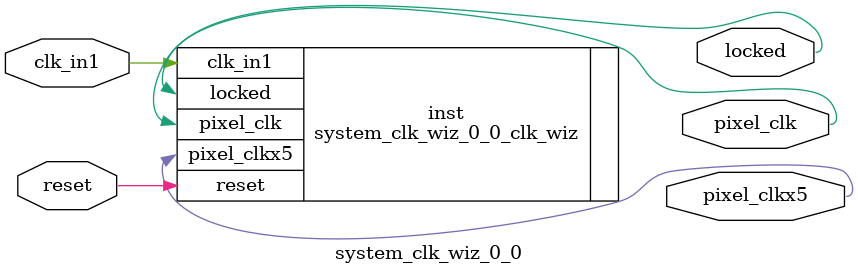
<source format=v>


`timescale 1ps/1ps

(* CORE_GENERATION_INFO = "system_clk_wiz_0_0,clk_wiz_v6_0_6_0_0,{component_name=system_clk_wiz_0_0,use_phase_alignment=true,use_min_o_jitter=false,use_max_i_jitter=false,use_dyn_phase_shift=false,use_inclk_switchover=false,use_dyn_reconfig=false,enable_axi=0,feedback_source=FDBK_AUTO,PRIMITIVE=MMCM,num_out_clk=2,clkin1_period=10.000,clkin2_period=10.000,use_power_down=false,use_reset=true,use_locked=true,use_inclk_stopped=false,feedback_type=SINGLE,CLOCK_MGR_TYPE=NA,manual_override=false}" *)

module system_clk_wiz_0_0 
 (
  // Clock out ports
  output        pixel_clk,
  output        pixel_clkx5,
  // Status and control signals
  input         reset,
  output        locked,
 // Clock in ports
  input         clk_in1
 );

  system_clk_wiz_0_0_clk_wiz inst
  (
  // Clock out ports  
  .pixel_clk(pixel_clk),
  .pixel_clkx5(pixel_clkx5),
  // Status and control signals               
  .reset(reset), 
  .locked(locked),
 // Clock in ports
  .clk_in1(clk_in1)
  );

endmodule

</source>
